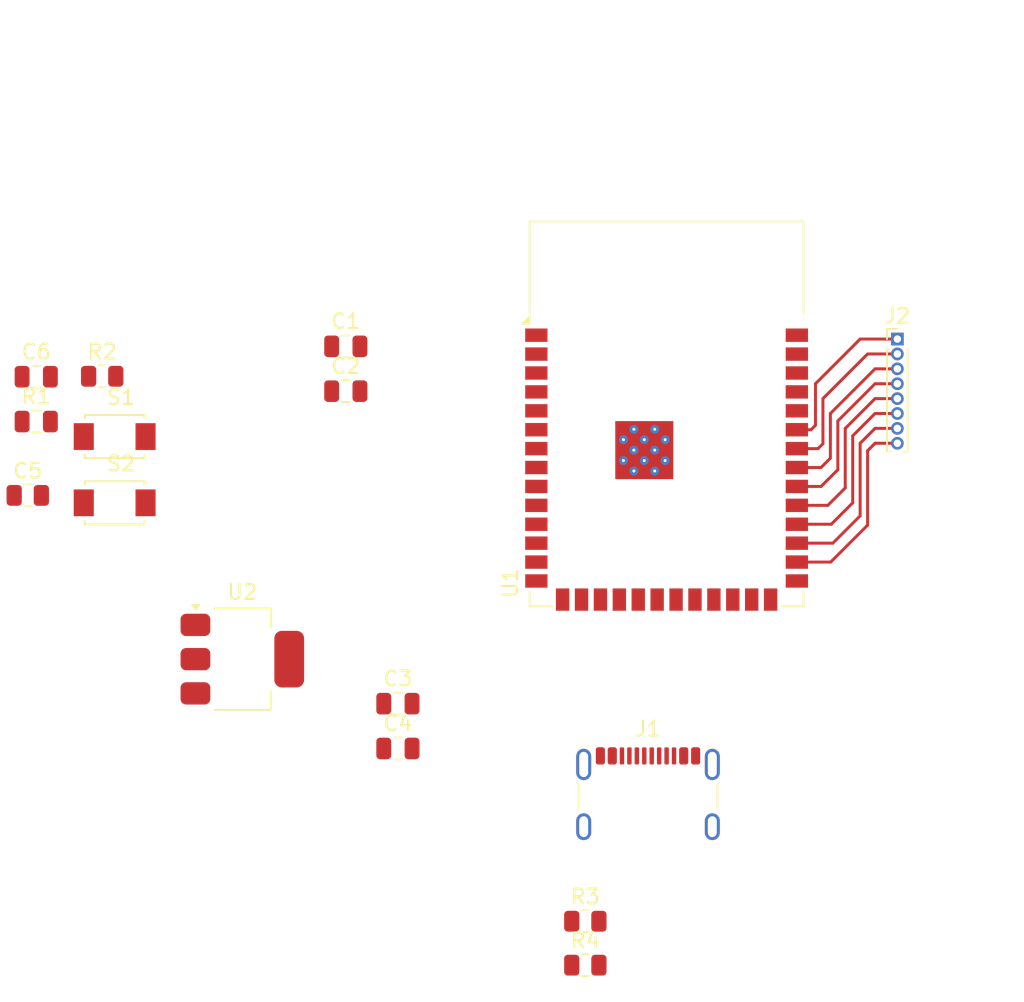
<source format=kicad_pcb>
(kicad_pcb (version 20240108) (generator "pcbnew") (generator_version "8.0")
  (layers (0 "F.Cu" signal) (31 "B.Cu" signal) (34 "B.Paste" user) (35 "F.Paste" user) (36 "B.SilkS" user "B.Silkscreen") (37 "F.SilkS" user "F.Silkscreen") (38 "B.Mask" user) (39 "F.Mask" user) (44 "Edge.Cuts" user))
  (net 0 "")
  (net 14 "EN")
  (net 28 "+3V3")
  (net 29 "GND")
  (net 30 "+5V")
  (net 31 "BOOt")
  (net 32 "Net-(R2-Pad2)")
  (net 33 "D+")
  (net 34 "Net-(J1-CC1)")
  (net 36 "Net-(J1-GND-PadA1)")
  (net 39 "Net-(J1-CC2)")
  (net 40 "D-")
  (net 41 "Net-(J2-Pin_7)")
  (net 42 "Net-(J2-Pin_5)")
  (net 43 "Net-(J2-Pin_4)")
  (net 44 "Net-(J2-Pin_2)")
  (net 45 "Net-(J2-Pin_3)")
  (net 46 "Net-(J2-Pin_1)")
  (net 47 "Net-(J2-Pin_6)")
  (net 48 "Net-(J2-Pin_8)")
  (footprint "TS-1088-AR02016:SW_TS-1088-AR02016" (layer "F.Cu") (at 100.925 83.55)
    (property "Reference" "S1" (at 0.425 -2.635 0) (layer "F.SilkS"))
    (property "Value" "TS-1088-AR02016")
    (fp_line (start -2 -1.45) (end 2 -1.45) (stroke (width 0.127)) (layer "F.SilkS"))
    (fp_line (start -2 -1.22) (end -2 -1.45) (stroke (width 0.127)) (layer "F.SilkS"))
    (fp_line (start -2 1.45) (end -2 1.22) (stroke (width 0.127)) (layer "F.SilkS"))
    (fp_line (start 2 -1.45) (end 2 -1.22) (stroke (width 0.127)) (layer "F.SilkS"))
    (fp_line (start 2 1.45) (end -2 1.45) (stroke (width 0.127)) (layer "F.SilkS"))
    (fp_line (start 2 1.45) (end 2 1.22) (stroke (width 0.127)) (layer "F.SilkS"))
    (pad "1" smd rect (at -2.075 0) (size 1.35 1.8) (layers "F.Cu" "F.Paste" "F.Mask") (net 14 "EN"))
    (pad "2" smd rect (at 2.075 0) (size 1.35 1.8) (layers "F.Cu" "F.Paste" "F.Mask") (net 29 "GND"))
  )
  (footprint "Capacitor_SMD:C_0805_2012Metric" (layer "F.Cu") (at 119.95 104.5)
    (property "Reference" "C4" (at 0 -1.68 0) (layer "F.SilkS"))
    (property "Value" "100nF")
    (fp_line (start -0.261252 -0.735) (end 0.261252 -0.735) (stroke (width 0.12)) (layer "F.SilkS"))
    (fp_line (start -0.261252 0.735) (end 0.261252 0.735) (stroke (width 0.12)) (layer "F.SilkS"))
    (pad "1" smd roundrect (at -0.95 0) (size 1 1.45) (layers "F.Cu" "F.Paste" "F.Mask") (net 28 "+3V3"))
    (pad "2" smd roundrect (at 0.95 0) (size 1 1.45) (layers "F.Cu" "F.Paste" "F.Mask") (net 29 "GND"))
  )
  (footprint "Package_TO_SOT_SMD:SOT-223-3_TabPin2" (layer "F.Cu") (at 109.5 98.5)
    (property "Reference" "U2" (at 0 -4.5 0) (layer "F.SilkS"))
    (property "Value" "AMS1117-3.3")
    (fp_line (start -1.85 -3.41) (end 1.91 -3.41) (stroke (width 0.12)) (layer "F.SilkS"))
    (fp_line (start -1.85 3.41) (end 1.91 3.41) (stroke (width 0.12)) (layer "F.SilkS"))
    (fp_line (start 1.91 -3.41) (end 1.91 -2.15) (stroke (width 0.12)) (layer "F.SilkS"))
    (fp_line (start 1.91 3.41) (end 1.91 2.15) (stroke (width 0.12)) (layer "F.SilkS"))
    (fp_poly (pts (xy -3.13 -3.31) (xy -3.37 -3.64) (xy -2.89 -3.64) (xy -3.13 -3.31)) (stroke (width 0.12)) (fill solid) (layer "F.SilkS"))
    (pad "1" smd roundrect (at -3.15 -2.3) (size 2 1.5) (layers "F.Cu" "F.Paste" "F.Mask") (net 29 "GND"))
    (pad "2" smd roundrect (at -3.15 0) (size 2 1.5) (layers "F.Cu" "F.Paste" "F.Mask") (net 28 "+3V3"))
    (pad "2" smd roundrect (at 3.15 0) (size 2 3.8) (layers "F.Cu" "F.Paste" "F.Mask") (net 28 "+3V3"))
    (pad "3" smd roundrect (at -3.15 2.3) (size 2 1.5) (layers "F.Cu" "F.Paste" "F.Mask") (net 30 "+5V"))
  )
  (footprint "Connector_PinHeader_1.00mm:PinHeader_1x08_P1.00mm_Vertical" (layer "F.Cu") (at 153.5 77)
    (property "Reference" "J2" (at 0 -1.56 0) (layer "F.SilkS"))
    (property "Value" "Conn_01x08_Pin")
    (fp_line (start -0.695 -0.685) (end 0 -0.685) (stroke (width 0.12)) (layer "F.SilkS"))
    (fp_line (start -0.695 0) (end -0.695 -0.685) (stroke (width 0.12)) (layer "F.SilkS"))
    (fp_line (start -0.695 0.685) (end -0.695 7.56) (stroke (width 0.12)) (layer "F.SilkS"))
    (fp_line (start -0.695 0.685) (end -0.608276 0.685) (stroke (width 0.12)) (layer "F.SilkS"))
    (fp_line (start -0.695 7.56) (end -0.394493 7.56) (stroke (width 0.12)) (layer "F.SilkS"))
    (fp_line (start 0.394493 7.56) (end 0.695 7.56) (stroke (width 0.12)) (layer "F.SilkS"))
    (fp_line (start 0.608276 0.685) (end 0.695 0.685) (stroke (width 0.12)) (layer "F.SilkS"))
    (fp_line (start 0.695 0.685) (end 0.695 7.56) (stroke (width 0.12)) (layer "F.SilkS"))
    (pad "1" thru_hole rect (at 0 0) (size 0.85 0.85) (drill 0.5) (layers "*.Cu" "*.Mask" "In1.Cu" "In2.Cu" "In3.Cu" "In4.Cu" "In5.Cu" "In6.Cu" "In7.Cu" "In8.Cu" "In9.Cu" "In10.Cu" "In11.Cu" "In12.Cu" "In13.Cu" "In14.Cu" "In15.Cu" "In16.Cu" "In17.Cu" "In18.Cu" "In19.Cu" "In20.Cu" "In21.Cu" "In22.Cu" "In23.Cu" "In24.Cu" "In25.Cu" "In26.Cu" "In27.Cu" "In28.Cu" "In29.Cu" "In30.Cu") (net 46 "Net-(J2-Pin_1)"))
    (pad "2" thru_hole oval (at 0 1) (size 0.85 0.85) (drill 0.5) (layers "*.Cu" "*.Mask" "In1.Cu" "In2.Cu" "In3.Cu" "In4.Cu" "In5.Cu" "In6.Cu" "In7.Cu" "In8.Cu" "In9.Cu" "In10.Cu" "In11.Cu" "In12.Cu" "In13.Cu" "In14.Cu" "In15.Cu" "In16.Cu" "In17.Cu" "In18.Cu" "In19.Cu" "In20.Cu" "In21.Cu" "In22.Cu" "In23.Cu" "In24.Cu" "In25.Cu" "In26.Cu" "In27.Cu" "In28.Cu" "In29.Cu" "In30.Cu") (net 44 "Net-(J2-Pin_2)"))
    (pad "3" thru_hole oval (at 0 2) (size 0.85 0.85) (drill 0.5) (layers "*.Cu" "*.Mask" "In1.Cu" "In2.Cu" "In3.Cu" "In4.Cu" "In5.Cu" "In6.Cu" "In7.Cu" "In8.Cu" "In9.Cu" "In10.Cu" "In11.Cu" "In12.Cu" "In13.Cu" "In14.Cu" "In15.Cu" "In16.Cu" "In17.Cu" "In18.Cu" "In19.Cu" "In20.Cu" "In21.Cu" "In22.Cu" "In23.Cu" "In24.Cu" "In25.Cu" "In26.Cu" "In27.Cu" "In28.Cu" "In29.Cu" "In30.Cu") (net 45 "Net-(J2-Pin_3)"))
    (pad "4" thru_hole oval (at 0 3) (size 0.85 0.85) (drill 0.5) (layers "*.Cu" "*.Mask" "In1.Cu" "In2.Cu" "In3.Cu" "In4.Cu" "In5.Cu" "In6.Cu" "In7.Cu" "In8.Cu" "In9.Cu" "In10.Cu" "In11.Cu" "In12.Cu" "In13.Cu" "In14.Cu" "In15.Cu" "In16.Cu" "In17.Cu" "In18.Cu" "In19.Cu" "In20.Cu" "In21.Cu" "In22.Cu" "In23.Cu" "In24.Cu" "In25.Cu" "In26.Cu" "In27.Cu" "In28.Cu" "In29.Cu" "In30.Cu") (net 43 "Net-(J2-Pin_4)"))
    (pad "5" thru_hole oval (at 0 4) (size 0.85 0.85) (drill 0.5) (layers "*.Cu" "*.Mask" "In1.Cu" "In2.Cu" "In3.Cu" "In4.Cu" "In5.Cu" "In6.Cu" "In7.Cu" "In8.Cu" "In9.Cu" "In10.Cu" "In11.Cu" "In12.Cu" "In13.Cu" "In14.Cu" "In15.Cu" "In16.Cu" "In17.Cu" "In18.Cu" "In19.Cu" "In20.Cu" "In21.Cu" "In22.Cu" "In23.Cu" "In24.Cu" "In25.Cu" "In26.Cu" "In27.Cu" "In28.Cu" "In29.Cu" "In30.Cu") (net 42 "Net-(J2-Pin_5)"))
    (pad "6" thru_hole oval (at 0 5) (size 0.85 0.85) (drill 0.5) (layers "*.Cu" "*.Mask" "In1.Cu" "In2.Cu" "In3.Cu" "In4.Cu" "In5.Cu" "In6.Cu" "In7.Cu" "In8.Cu" "In9.Cu" "In10.Cu" "In11.Cu" "In12.Cu" "In13.Cu" "In14.Cu" "In15.Cu" "In16.Cu" "In17.Cu" "In18.Cu" "In19.Cu" "In20.Cu" "In21.Cu" "In22.Cu" "In23.Cu" "In24.Cu" "In25.Cu" "In26.Cu" "In27.Cu" "In28.Cu" "In29.Cu" "In30.Cu") (net 47 "Net-(J2-Pin_6)"))
    (pad "7" thru_hole oval (at 0 6) (size 0.85 0.85) (drill 0.5) (layers "*.Cu" "*.Mask" "In1.Cu" "In2.Cu" "In3.Cu" "In4.Cu" "In5.Cu" "In6.Cu" "In7.Cu" "In8.Cu" "In9.Cu" "In10.Cu" "In11.Cu" "In12.Cu" "In13.Cu" "In14.Cu" "In15.Cu" "In16.Cu" "In17.Cu" "In18.Cu" "In19.Cu" "In20.Cu" "In21.Cu" "In22.Cu" "In23.Cu" "In24.Cu" "In25.Cu" "In26.Cu" "In27.Cu" "In28.Cu" "In29.Cu" "In30.Cu") (net 41 "Net-(J2-Pin_7)"))
    (pad "8" thru_hole oval (at 0 7) (size 0.85 0.85) (drill 0.5) (layers "*.Cu" "*.Mask" "In1.Cu" "In2.Cu" "In3.Cu" "In4.Cu" "In5.Cu" "In6.Cu" "In7.Cu" "In8.Cu" "In9.Cu" "In10.Cu" "In11.Cu" "In12.Cu" "In13.Cu" "In14.Cu" "In15.Cu" "In16.Cu" "In17.Cu" "In18.Cu" "In19.Cu" "In20.Cu" "In21.Cu" "In22.Cu" "In23.Cu" "In24.Cu" "In25.Cu" "In26.Cu" "In27.Cu" "In28.Cu" "In29.Cu" "In30.Cu") (net 48 "Net-(J2-Pin_8)"))
  )
  (footprint "RF_Module:ESP32-S3-WROOM-1" (layer "F.Cu") (at 138 82)
    (property "Reference" "U1" (at -10.5 11.4 90) (layer "F.SilkS"))
    (property "Value" "ESP32-S3-WROOM-1")
    (fp_line (start -9.2 -12.9) (end -9.2 -6.7) (stroke (width 0.12)) (layer "F.SilkS"))
    (fp_line (start -9.2 -12.9) (end 9.2 -12.9) (stroke (width 0.12)) (layer "F.SilkS"))
    (fp_line (start -9.2 11.95) (end -9.2 12.95) (stroke (width 0.12)) (layer "F.SilkS"))
    (fp_line (start -9.2 12.95) (end -7.7 12.95) (stroke (width 0.12)) (layer "F.SilkS"))
    (fp_line (start 9.2 -12.9) (end 9.2 -6.7) (stroke (width 0.12)) (layer "F.SilkS"))
    (fp_line (start 9.2 12.95) (end 7.7 12.95) (stroke (width 0.12)) (layer "F.SilkS"))
    (fp_line (start 9.2 12.95) (end 9.2 11.95) (stroke (width 0.12)) (layer "F.SilkS"))
    (fp_poly (pts (xy -9.2 -6.025) (xy -9.7 -6.025) (xy -9.2 -6.525) (xy -9.2 -6.025)) (stroke (width 0.12)) (fill solid) (layer "F.SilkS"))
    (pad "1" smd rect (at -8.75 -5.26) (size 1.5 0.9) (layers "F.Cu" "F.Paste" "F.Mask") (net 29 "GND"))
    (pad "2" smd rect (at -8.75 -3.99) (size 1.5 0.9) (layers "F.Cu" "F.Paste" "F.Mask") (net 28 "+3V3"))
    (pad "3" smd rect (at -8.75 -2.72) (size 1.5 0.9) (layers "F.Cu" "F.Paste" "F.Mask") (net 14 "EN"))
    (pad "4" smd rect (at -8.75 -1.45) (size 1.5 0.9) (layers "F.Cu" "F.Paste" "F.Mask"))
    (pad "5" smd rect (at -8.75 -0.18) (size 1.5 0.9) (layers "F.Cu" "F.Paste" "F.Mask"))
    (pad "6" smd rect (at -8.75 1.09) (size 1.5 0.9) (layers "F.Cu" "F.Paste" "F.Mask"))
    (pad "7" smd rect (at -8.75 2.36) (size 1.5 0.9) (layers "F.Cu" "F.Paste" "F.Mask"))
    (pad "8" smd rect (at -8.75 3.63) (size 1.5 0.9) (layers "F.Cu" "F.Paste" "F.Mask"))
    (pad "9" smd rect (at -8.75 4.9) (size 1.5 0.9) (layers "F.Cu" "F.Paste" "F.Mask"))
    (pad "10" smd rect (at -8.75 6.17) (size 1.5 0.9) (layers "F.Cu" "F.Paste" "F.Mask"))
    (pad "11" smd rect (at -8.75 7.44) (size 1.5 0.9) (layers "F.Cu" "F.Paste" "F.Mask"))
    (pad "12" smd rect (at -8.75 8.71) (size 1.5 0.9) (layers "F.Cu" "F.Paste" "F.Mask"))
    (pad "13" smd rect (at -8.75 9.98) (size 1.5 0.9) (layers "F.Cu" "F.Paste" "F.Mask") (net 40 "D-"))
    (pad "14" smd rect (at -8.75 11.25 180) (size 1.5 0.9) (layers "F.Cu" "F.Paste" "F.Mask") (net 33 "D+"))
    (pad "15" smd rect (at -6.985 12.5 270) (size 1.5 0.9) (layers "F.Cu" "F.Paste" "F.Mask"))
    (pad "16" smd rect (at -5.715 12.5 270) (size 1.5 0.9) (layers "F.Cu" "F.Paste" "F.Mask"))
    (pad "17" smd rect (at -4.445 12.5 270) (size 1.5 0.9) (layers "F.Cu" "F.Paste" "F.Mask"))
    (pad "18" smd rect (at -3.175 12.5 270) (size 1.5 0.9) (layers "F.Cu" "F.Paste" "F.Mask"))
    (pad "19" smd rect (at -1.905 12.5 270) (size 1.5 0.9) (layers "F.Cu" "F.Paste" "F.Mask"))
    (pad "20" smd rect (at -0.635 12.5 270) (size 1.5 0.9) (layers "F.Cu" "F.Paste" "F.Mask"))
    (pad "21" smd rect (at 0.635 12.5 270) (size 1.5 0.9) (layers "F.Cu" "F.Paste" "F.Mask"))
    (pad "22" smd rect (at 1.905 12.5 270) (size 1.5 0.9) (layers "F.Cu" "F.Paste" "F.Mask"))
    (pad "23" smd rect (at 3.175 12.5 270) (size 1.5 0.9) (layers "F.Cu" "F.Paste" "F.Mask"))
    (pad "24" smd rect (at 4.445 12.5 270) (size 1.5 0.9) (layers "F.Cu" "F.Paste" "F.Mask"))
    (pad "25" smd rect (at 5.715 12.5 270) (size 1.5 0.9) (layers "F.Cu" "F.Paste" "F.Mask"))
    (pad "26" smd rect (at 6.985 12.5 270) (size 1.5 0.9) (layers "F.Cu" "F.Paste" "F.Mask"))
    (pad "27" smd rect (at 8.75 11.25) (size 1.5 0.9) (layers "F.Cu" "F.Paste" "F.Mask"))
    (pad "28" smd rect (at 8.75 9.98) (size 1.5 0.9) (layers "F.Cu" "F.Paste" "F.Mask") (net 48 "Net-(J2-Pin_8)"))
    (pad "29" smd rect (at 8.75 8.71) (size 1.5 0.9) (layers "F.Cu" "F.Paste" "F.Mask") (net 41 "Net-(J2-Pin_7)"))
    (pad "30" smd rect (at 8.75 7.44) (size 1.5 0.9) (layers "F.Cu" "F.Paste" "F.Mask") (net 47 "Net-(J2-Pin_6)"))
    (pad "31" smd rect (at 8.75 6.17) (size 1.5 0.9) (layers "F.Cu" "F.Paste" "F.Mask") (net 42 "Net-(J2-Pin_5)"))
    (pad "32" smd rect (at 8.75 4.9) (size 1.5 0.9) (layers "F.Cu" "F.Paste" "F.Mask") (net 43 "Net-(J2-Pin_4)"))
    (pad "33" smd rect (at 8.75 3.63) (size 1.5 0.9) (layers "F.Cu" "F.Paste" "F.Mask") (net 45 "Net-(J2-Pin_3)"))
    (pad "34" smd rect (at 8.75 2.36) (size 1.5 0.9) (layers "F.Cu" "F.Paste" "F.Mask") (net 44 "Net-(J2-Pin_2)"))
    (pad "35" smd rect (at 8.75 1.09) (size 1.5 0.9) (layers "F.Cu" "F.Paste" "F.Mask") (net 46 "Net-(J2-Pin_1)"))
    (pad "36" smd rect (at 8.75 -0.18) (size 1.5 0.9) (layers "F.Cu" "F.Paste" "F.Mask"))
    (pad "37" smd rect (at 8.75 -1.45) (size 1.5 0.9) (layers "F.Cu" "F.Paste" "F.Mask"))
    (pad "38" smd rect (at 8.75 -2.72) (size 1.5 0.9) (layers "F.Cu" "F.Paste" "F.Mask"))
    (pad "39" smd rect (at 8.75 -3.99) (size 1.5 0.9) (layers "F.Cu" "F.Paste" "F.Mask"))
    (pad "40" smd rect (at 8.75 -5.26) (size 1.5 0.9) (layers "F.Cu" "F.Paste" "F.Mask") (net 29 "GND"))
    (pad "41" thru_hole circle (at -2.9 1.76 90) (size 0.6 0.6) (drill 0.2) (property pad_prop_heatsink) (layers "*.Cu" "In1.Cu" "In2.Cu" "In3.Cu" "In4.Cu" "In5.Cu" "In6.Cu" "In7.Cu" "In8.Cu" "In9.Cu" "In10.Cu" "In11.Cu" "In12.Cu" "In13.Cu" "In14.Cu" "In15.Cu" "In16.Cu" "In17.Cu" "In18.Cu" "In19.Cu" "In20.Cu" "In21.Cu" "In22.Cu" "In23.Cu" "In24.Cu" "In25.Cu" "In26.Cu" "In27.Cu" "In28.Cu" "In29.Cu" "In30.Cu" "F.Mask") (net 29 "GND"))
    (pad "41" thru_hole circle (at -2.9 3.16) (size 0.6 0.6) (drill 0.2) (property pad_prop_heatsink) (layers "*.Cu" "In1.Cu" "In2.Cu" "In3.Cu" "In4.Cu" "In5.Cu" "In6.Cu" "In7.Cu" "In8.Cu" "In9.Cu" "In10.Cu" "In11.Cu" "In12.Cu" "In13.Cu" "In14.Cu" "In15.Cu" "In16.Cu" "In17.Cu" "In18.Cu" "In19.Cu" "In20.Cu" "In21.Cu" "In22.Cu" "In23.Cu" "In24.Cu" "In25.Cu" "In26.Cu" "In27.Cu" "In28.Cu" "In29.Cu" "In30.Cu" "F.Mask") (net 29 "GND"))
    (pad "41" thru_hole circle (at -2.2 1.06) (size 0.6 0.6) (drill 0.2) (property pad_prop_heatsink) (layers "*.Cu" "In1.Cu" "In2.Cu" "In3.Cu" "In4.Cu" "In5.Cu" "In6.Cu" "In7.Cu" "In8.Cu" "In9.Cu" "In10.Cu" "In11.Cu" "In12.Cu" "In13.Cu" "In14.Cu" "In15.Cu" "In16.Cu" "In17.Cu" "In18.Cu" "In19.Cu" "In20.Cu" "In21.Cu" "In22.Cu" "In23.Cu" "In24.Cu" "In25.Cu" "In26.Cu" "In27.Cu" "In28.Cu" "In29.Cu" "In30.Cu" "F.Mask") (net 29 "GND"))
    (pad "41" thru_hole circle (at -2.2 2.46) (size 0.6 0.6) (drill 0.2) (property pad_prop_heatsink) (layers "*.Cu" "In1.Cu" "In2.Cu" "In3.Cu" "In4.Cu" "In5.Cu" "In6.Cu" "In7.Cu" "In8.Cu" "In9.Cu" "In10.Cu" "In11.Cu" "In12.Cu" "In13.Cu" "In14.Cu" "In15.Cu" "In16.Cu" "In17.Cu" "In18.Cu" "In19.Cu" "In20.Cu" "In21.Cu" "In22.Cu" "In23.Cu" "In24.Cu" "In25.Cu" "In26.Cu" "In27.Cu" "In28.Cu" "In29.Cu" "In30.Cu" "F.Mask") (net 29 "GND"))
    (pad "41" thru_hole circle (at -2.2 3.86) (size 0.6 0.6) (drill 0.2) (property pad_prop_heatsink) (layers "*.Cu" "In1.Cu" "In2.Cu" "In3.Cu" "In4.Cu" "In5.Cu" "In6.Cu" "In7.Cu" "In8.Cu" "In9.Cu" "In10.Cu" "In11.Cu" "In12.Cu" "In13.Cu" "In14.Cu" "In15.Cu" "In16.Cu" "In17.Cu" "In18.Cu" "In19.Cu" "In20.Cu" "In21.Cu" "In22.Cu" "In23.Cu" "In24.Cu" "In25.Cu" "In26.Cu" "In27.Cu" "In28.Cu" "In29.Cu" "In30.Cu" "F.Mask") (net 29 "GND"))
    (pad "41" thru_hole circle (at -1.5 1.76) (size 0.6 0.6) (drill 0.2) (property pad_prop_heatsink) (layers "*.Cu" "In1.Cu" "In2.Cu" "In3.Cu" "In4.Cu" "In5.Cu" "In6.Cu" "In7.Cu" "In8.Cu" "In9.Cu" "In10.Cu" "In11.Cu" "In12.Cu" "In13.Cu" "In14.Cu" "In15.Cu" "In16.Cu" "In17.Cu" "In18.Cu" "In19.Cu" "In20.Cu" "In21.Cu" "In22.Cu" "In23.Cu" "In24.Cu" "In25.Cu" "In26.Cu" "In27.Cu" "In28.Cu" "In29.Cu" "In30.Cu" "F.Mask") (net 29 "GND"))
    (pad "41" smd rect (at -1.5 2.46 270) (size 3.9 3.9) (property pad_prop_heatsink) (layers "F.Cu" "F.Mask") (net 29 "GND"))
    (pad "41" thru_hole circle (at -1.5 3.16) (size 0.6 0.6) (drill 0.2) (property pad_prop_heatsink) (layers "*.Cu" "In1.Cu" "In2.Cu" "In3.Cu" "In4.Cu" "In5.Cu" "In6.Cu" "In7.Cu" "In8.Cu" "In9.Cu" "In10.Cu" "In11.Cu" "In12.Cu" "In13.Cu" "In14.Cu" "In15.Cu" "In16.Cu" "In17.Cu" "In18.Cu" "In19.Cu" "In20.Cu" "In21.Cu" "In22.Cu" "In23.Cu" "In24.Cu" "In25.Cu" "In26.Cu" "In27.Cu" "In28.Cu" "In29.Cu" "In30.Cu" "F.Mask") (net 29 "GND"))
    (pad "41" thru_hole circle (at -0.8 1.06) (size 0.6 0.6) (drill 0.2) (property pad_prop_heatsink) (layers "*.Cu" "In1.Cu" "In2.Cu" "In3.Cu" "In4.Cu" "In5.Cu" "In6.Cu" "In7.Cu" "In8.Cu" "In9.Cu" "In10.Cu" "In11.Cu" "In12.Cu" "In13.Cu" "In14.Cu" "In15.Cu" "In16.Cu" "In17.Cu" "In18.Cu" "In19.Cu" "In20.Cu" "In21.Cu" "In22.Cu" "In23.Cu" "In24.Cu" "In25.Cu" "In26.Cu" "In27.Cu" "In28.Cu" "In29.Cu" "In30.Cu" "F.Mask") (net 29 "GND"))
    (pad "41" thru_hole circle (at -0.8 2.46) (size 0.6 0.6) (drill 0.2) (property pad_prop_heatsink) (layers "*.Cu" "In1.Cu" "In2.Cu" "In3.Cu" "In4.Cu" "In5.Cu" "In6.Cu" "In7.Cu" "In8.Cu" "In9.Cu" "In10.Cu" "In11.Cu" "In12.Cu" "In13.Cu" "In14.Cu" "In15.Cu" "In16.Cu" "In17.Cu" "In18.Cu" "In19.Cu" "In20.Cu" "In21.Cu" "In22.Cu" "In23.Cu" "In24.Cu" "In25.Cu" "In26.Cu" "In27.Cu" "In28.Cu" "In29.Cu" "In30.Cu" "F.Mask") (net 29 "GND"))
    (pad "41" thru_hole circle (at -0.8 3.86) (size 0.6 0.6) (drill 0.2) (property pad_prop_heatsink) (layers "*.Cu" "In1.Cu" "In2.Cu" "In3.Cu" "In4.Cu" "In5.Cu" "In6.Cu" "In7.Cu" "In8.Cu" "In9.Cu" "In10.Cu" "In11.Cu" "In12.Cu" "In13.Cu" "In14.Cu" "In15.Cu" "In16.Cu" "In17.Cu" "In18.Cu" "In19.Cu" "In20.Cu" "In21.Cu" "In22.Cu" "In23.Cu" "In24.Cu" "In25.Cu" "In26.Cu" "In27.Cu" "In28.Cu" "In29.Cu" "In30.Cu" "F.Mask") (net 29 "GND"))
    (pad "41" thru_hole circle (at -0.1 1.76) (size 0.6 0.6) (drill 0.2) (property pad_prop_heatsink) (layers "*.Cu" "In1.Cu" "In2.Cu" "In3.Cu" "In4.Cu" "In5.Cu" "In6.Cu" "In7.Cu" "In8.Cu" "In9.Cu" "In10.Cu" "In11.Cu" "In12.Cu" "In13.Cu" "In14.Cu" "In15.Cu" "In16.Cu" "In17.Cu" "In18.Cu" "In19.Cu" "In20.Cu" "In21.Cu" "In22.Cu" "In23.Cu" "In24.Cu" "In25.Cu" "In26.Cu" "In27.Cu" "In28.Cu" "In29.Cu" "In30.Cu" "F.Mask") (net 29 "GND"))
    (pad "41" thru_hole circle (at -0.1 3.16) (size 0.6 0.6) (drill 0.2) (property pad_prop_heatsink) (layers "*.Cu" "In1.Cu" "In2.Cu" "In3.Cu" "In4.Cu" "In5.Cu" "In6.Cu" "In7.Cu" "In8.Cu" "In9.Cu" "In10.Cu" "In11.Cu" "In12.Cu" "In13.Cu" "In14.Cu" "In15.Cu" "In16.Cu" "In17.Cu" "In18.Cu" "In19.Cu" "In20.Cu" "In21.Cu" "In22.Cu" "In23.Cu" "In24.Cu" "In25.Cu" "In26.Cu" "In27.Cu" "In28.Cu" "In29.Cu" "In30.Cu" "F.Mask") (net 29 "GND"))
  )
  (footprint "Resistor_SMD:R_0805_2012Metric" (layer "F.Cu") (at 132.54 116.105)
    (property "Reference" "R3" (at 0 -1.65 0) (layer "F.SilkS"))
    (property "Value" "5.1K")
    (fp_line (start -0.227064 -0.735) (end 0.227064 -0.735) (stroke (width 0.12)) (layer "F.SilkS"))
    (fp_line (start -0.227064 0.735) (end 0.227064 0.735) (stroke (width 0.12)) (layer "F.SilkS"))
    (pad "1" smd roundrect (at -0.9125 0) (size 1.025 1.4) (layers "F.Cu" "F.Paste" "F.Mask") (roundrect_rratio 0.243902) (net 39 "Net-(J1-CC2)"))
    (pad "2" smd roundrect (at 0.9125 0) (size 1.025 1.4) (layers "F.Cu" "F.Paste" "F.Mask") (roundrect_rratio 0.243902) (net 29 "GND"))
  )
  (footprint "Connector_USB:USB_C_Receptacle_GCT_USB4105-xx-A_16P_TopMnt_Horizontal" (layer "F.Cu") (at 136.75 108.68)
    (property "Reference" "J1" (at 0 -5.5 0) (layer "F.SilkS"))
    (property "Value" "USB_C_Receptacle_USB2.0_16P")
    (fp_line (start -4.67 -0.1) (end -4.67 -1.8) (stroke (width 0.12)) (layer "F.SilkS"))
    (fp_line (start 4.67 -0.1) (end 4.67 -1.8) (stroke (width 0.12)) (layer "F.SilkS"))
    (pad "" np_thru_hole circle (at -2.89 -2.605) (size 0.65 0.65) (drill 0.65) (layers "*.Cu" "*.Mask"))
    (pad "" np_thru_hole circle (at 2.89 -2.605) (size 0.65 0.65) (drill 0.65) (layers "*.Cu" "*.Mask"))
    (pad "A1" smd roundrect (at -3.2 -3.68) (size 0.6 1.15) (layers "F.Cu" "F.Paste" "F.Mask") (net 36 "Net-(J1-GND-PadA1)"))
    (pad "A4" smd roundrect (at -2.4 -3.68) (size 0.6 1.15) (layers "F.Cu" "F.Paste" "F.Mask") (net 28 "+3V3"))
    (pad "A5" smd roundrect (at -1.25 -3.68) (size 0.3 1.15) (layers "F.Cu" "F.Paste" "F.Mask") (net 34 "Net-(J1-CC1)"))
    (pad "A6" smd roundrect (at -0.25 -3.68) (size 0.3 1.15) (layers "F.Cu" "F.Paste" "F.Mask") (net 33 "D+"))
    (pad "A7" smd roundrect (at 0.25 -3.68) (size 0.3 1.15) (layers "F.Cu" "F.Paste" "F.Mask") (net 40 "D-"))
    (pad "A8" smd roundrect (at 1.25 -3.68) (size 0.3 1.15) (layers "F.Cu" "F.Paste" "F.Mask"))
    (pad "A9" smd roundrect (at 2.4 -3.68) (size 0.6 1.15) (layers "F.Cu" "F.Paste" "F.Mask") (net 28 "+3V3"))
    (pad "A12" smd roundrect (at 3.2 -3.68) (size 0.6 1.15) (layers "F.Cu" "F.Paste" "F.Mask") (net 36 "Net-(J1-GND-PadA1)"))
    (pad "B1" smd roundrect (at 3.2 -3.68) (size 0.6 1.15) (layers "F.Cu" "F.Paste" "F.Mask") (net 36 "Net-(J1-GND-PadA1)"))
    (pad "B4" smd roundrect (at 2.4 -3.68) (size 0.6 1.15) (layers "F.Cu" "F.Paste" "F.Mask") (net 28 "+3V3"))
    (pad "B5" smd roundrect (at 1.75 -3.68) (size 0.3 1.15) (layers "F.Cu" "F.Paste" "F.Mask") (net 39 "Net-(J1-CC2)"))
    (pad "B6" smd roundrect (at 0.75 -3.68) (size 0.3 1.15) (layers "F.Cu" "F.Paste" "F.Mask") (net 33 "D+"))
    (pad "B7" smd roundrect (at -0.75 -3.68) (size 0.3 1.15) (layers "F.Cu" "F.Paste" "F.Mask") (net 40 "D-"))
    (pad "B8" smd roundrect (at -1.75 -3.68) (size 0.3 1.15) (layers "F.Cu" "F.Paste" "F.Mask"))
    (pad "B9" smd roundrect (at -2.4 -3.68) (size 0.6 1.15) (layers "F.Cu" "F.Paste" "F.Mask") (net 28 "+3V3"))
    (pad "B12" smd roundrect (at -3.2 -3.68) (size 0.6 1.15) (layers "F.Cu" "F.Paste" "F.Mask") (net 36 "Net-(J1-GND-PadA1)"))
    (pad "S1" thru_hole oval (at -4.32 -3.105) (size 1 2.1) (drill oval 0.6 1.7) (property pad_prop_heatsink) (layers "*.Cu" "*.Mask" "In1.Cu" "In2.Cu" "In3.Cu" "In4.Cu" "In5.Cu" "In6.Cu" "In7.Cu" "In8.Cu" "In9.Cu" "In10.Cu" "In11.Cu" "In12.Cu" "In13.Cu" "In14.Cu" "In15.Cu" "In16.Cu" "In17.Cu" "In18.Cu" "In19.Cu" "In20.Cu" "In21.Cu" "In22.Cu" "In23.Cu" "In24.Cu" "In25.Cu" "In26.Cu" "In27.Cu" "In28.Cu" "In29.Cu" "In30.Cu" "F.Paste"))
    (pad "S1" thru_hole oval (at -4.32 1.075) (size 1 1.8) (drill oval 0.6 1.4) (property pad_prop_heatsink) (layers "*.Cu" "*.Mask" "In1.Cu" "In2.Cu" "In3.Cu" "In4.Cu" "In5.Cu" "In6.Cu" "In7.Cu" "In8.Cu" "In9.Cu" "In10.Cu" "In11.Cu" "In12.Cu" "In13.Cu" "In14.Cu" "In15.Cu" "In16.Cu" "In17.Cu" "In18.Cu" "In19.Cu" "In20.Cu" "In21.Cu" "In22.Cu" "In23.Cu" "In24.Cu" "In25.Cu" "In26.Cu" "In27.Cu" "In28.Cu" "In29.Cu" "In30.Cu" "F.Paste"))
    (pad "S1" thru_hole oval (at 4.32 -3.105) (size 1 2.1) (drill oval 0.6 1.7) (property pad_prop_heatsink) (layers "*.Cu" "*.Mask" "In1.Cu" "In2.Cu" "In3.Cu" "In4.Cu" "In5.Cu" "In6.Cu" "In7.Cu" "In8.Cu" "In9.Cu" "In10.Cu" "In11.Cu" "In12.Cu" "In13.Cu" "In14.Cu" "In15.Cu" "In16.Cu" "In17.Cu" "In18.Cu" "In19.Cu" "In20.Cu" "In21.Cu" "In22.Cu" "In23.Cu" "In24.Cu" "In25.Cu" "In26.Cu" "In27.Cu" "In28.Cu" "In29.Cu" "In30.Cu" "F.Paste"))
    (pad "S1" thru_hole oval (at 4.32 1.075) (size 1 1.8) (drill oval 0.6 1.4) (property pad_prop_heatsink) (layers "*.Cu" "*.Mask" "In1.Cu" "In2.Cu" "In3.Cu" "In4.Cu" "In5.Cu" "In6.Cu" "In7.Cu" "In8.Cu" "In9.Cu" "In10.Cu" "In11.Cu" "In12.Cu" "In13.Cu" "In14.Cu" "In15.Cu" "In16.Cu" "In17.Cu" "In18.Cu" "In19.Cu" "In20.Cu" "In21.Cu" "In22.Cu" "In23.Cu" "In24.Cu" "In25.Cu" "In26.Cu" "In27.Cu" "In28.Cu" "In29.Cu" "In30.Cu" "F.Paste"))
  )
  (footprint "Capacitor_SMD:C_0805_2012Metric" (layer "F.Cu") (at 95.6575 82.54)
    (property "Reference" "R1" (at 0 -1.68 0) (layer "F.SilkS"))
    (property "Value" "10K")
    (fp_line (start -0.261252 -0.735) (end 0.261252 -0.735) (stroke (width 0.12)) (layer "F.SilkS"))
    (fp_line (start -0.261252 0.735) (end 0.261252 0.735) (stroke (width 0.12)) (layer "F.SilkS"))
    (pad "1" smd roundrect (at -0.95 0) (size 1 1.45) (layers "F.Cu" "F.Paste" "F.Mask") (net 28 "+3V3"))
    (pad "2" smd roundrect (at 0.95 0) (size 1 1.45) (layers "F.Cu" "F.Paste" "F.Mask") (net 14 "EN"))
  )
  (footprint "Resistor_SMD:R_0805_2012Metric" (layer "F.Cu") (at 100.0875 79.5)
    (property "Reference" "R2" (at 0 -1.65 0) (layer "F.SilkS"))
    (property "Value" "100R")
    (fp_line (start -0.227064 -0.735) (end 0.227064 -0.735) (stroke (width 0.12)) (layer "F.SilkS"))
    (fp_line (start -0.227064 0.735) (end 0.227064 0.735) (stroke (width 0.12)) (layer "F.SilkS"))
    (pad "1" smd roundrect (at -0.9125 0) (size 1.025 1.4) (layers "F.Cu" "F.Paste" "F.Mask") (roundrect_rratio 0.243902) (net 31 "BOOt"))
    (pad "2" smd roundrect (at 0.9125 0) (size 1.025 1.4) (layers "F.Cu" "F.Paste" "F.Mask") (roundrect_rratio 0.243902) (net 32 "Net-(R2-Pad2)"))
  )
  (footprint "Capacitor_SMD:C_0805_2012Metric" (layer "F.Cu") (at 119.95 101.49)
    (property "Reference" "C3" (at 0 -1.68 0) (layer "F.SilkS"))
    (property "Value" "22uF")
    (fp_line (start -0.261252 -0.735) (end 0.261252 -0.735) (stroke (width 0.12)) (layer "F.SilkS"))
    (fp_line (start -0.261252 0.735) (end 0.261252 0.735) (stroke (width 0.12)) (layer "F.SilkS"))
    (pad "1" smd roundrect (at -0.95 0) (size 1 1.45) (layers "F.Cu" "F.Paste" "F.Mask") (net 28 "+3V3"))
    (pad "2" smd roundrect (at 0.95 0) (size 1 1.45) (layers "F.Cu" "F.Paste" "F.Mask") (net 29 "GND"))
  )
  (footprint "Capacitor_SMD:C_0805_2012Metric" (layer "F.Cu") (at 116.45 80.5)
    (property "Reference" "C2" (at 0 -1.68 0) (layer "F.SilkS"))
    (property "Value" "10uF")
    (fp_line (start -0.261252 -0.735) (end 0.261252 -0.735) (stroke (width 0.12)) (layer "F.SilkS"))
    (fp_line (start -0.261252 0.735) (end 0.261252 0.735) (stroke (width 0.12)) (layer "F.SilkS"))
    (pad "1" smd roundrect (at -0.95 0) (size 1 1.45) (layers "F.Cu" "F.Paste" "F.Mask") (net 30 "+5V"))
    (pad "2" smd roundrect (at 0.95 0) (size 1 1.45) (layers "F.Cu" "F.Paste" "F.Mask") (net 29 "GND"))
  )
  (footprint "Capacitor_SMD:C_0805_2012Metric" (layer "F.Cu") (at 95.6575 79.53)
    (property "Reference" "C6" (at 0 -1.68 0) (layer "F.SilkS"))
    (property "Value" "100nF")
    (fp_line (start -0.261252 -0.735) (end 0.261252 -0.735) (stroke (width 0.12)) (layer "F.SilkS"))
    (fp_line (start -0.261252 0.735) (end 0.261252 0.735) (stroke (width 0.12)) (layer "F.SilkS"))
    (pad "1" smd roundrect (at -0.95 0) (size 1 1.45) (layers "F.Cu" "F.Paste" "F.Mask") (net 14 "EN"))
    (pad "2" smd roundrect (at 0.95 0) (size 1 1.45) (layers "F.Cu" "F.Paste" "F.Mask") (net 29 "GND"))
  )
  (footprint "Capacitor_SMD:C_0805_2012Metric" (layer "F.Cu") (at 116.45 77.49)
    (property "Reference" "C1" (at 0 -1.68 0) (layer "F.SilkS"))
    (property "Value" "22uF")
    (fp_line (start -0.261252 -0.735) (end 0.261252 -0.735) (stroke (width 0.12)) (layer "F.SilkS"))
    (fp_line (start -0.261252 0.735) (end 0.261252 0.735) (stroke (width 0.12)) (layer "F.SilkS"))
    (pad "1" smd roundrect (at -0.95 0) (size 1 1.45) (layers "F.Cu" "F.Paste" "F.Mask") (net 28 "+3V3"))
    (pad "2" smd roundrect (at 0.95 0) (size 1 1.45) (layers "F.Cu" "F.Paste" "F.Mask") (net 29 "GND"))
  )
  (footprint "Resistor_SMD:R_0805_2012Metric" (layer "F.Cu") (at 95.0875 87.5)
    (property "Reference" "C5" (at 0 -1.65 0) (layer "F.SilkS"))
    (property "Value" "1uF")
    (fp_line (start -0.227064 -0.735) (end 0.227064 -0.735) (stroke (width 0.12)) (layer "F.SilkS"))
    (fp_line (start -0.227064 0.735) (end 0.227064 0.735) (stroke (width 0.12)) (layer "F.SilkS"))
    (pad "1" smd roundrect (at -0.9125 0) (size 1.025 1.4) (layers "F.Cu" "F.Paste" "F.Mask") (roundrect_rratio 0.243902) (net 14 "EN"))
    (pad "2" smd roundrect (at 0.9125 0) (size 1.025 1.4) (layers "F.Cu" "F.Paste" "F.Mask") (roundrect_rratio 0.243902) (net 29 "GND"))
  )
  (footprint "Resistor_SMD:R_0805_2012Metric" (layer "F.Cu") (at 132.54 119.055)
    (property "Reference" "R4" (at 0 -1.65 0) (layer "F.SilkS"))
    (property "Value" "5.1K")
    (fp_line (start -0.227064 -0.735) (end 0.227064 -0.735) (stroke (width 0.12)) (layer "F.SilkS"))
    (fp_line (start -0.227064 0.735) (end 0.227064 0.735) (stroke (width 0.12)) (layer "F.SilkS"))
    (pad "1" smd roundrect (at -0.9125 0) (size 1.025 1.4) (layers "F.Cu" "F.Paste" "F.Mask") (roundrect_rratio 0.243902) (net 34 "Net-(J1-CC1)"))
    (pad "2" smd roundrect (at 0.9125 0) (size 1.025 1.4) (layers "F.Cu" "F.Paste" "F.Mask") (roundrect_rratio 0.243902) (net 29 "GND"))
  )
  (footprint "TS-1088-AR02016:SW_TS-1088-AR02016" (layer "F.Cu") (at 100.925 88)
    (property "Reference" "S2" (at 0.425 -2.635 0) (layer "F.SilkS"))
    (property "Value" "TS-1088-AR02016")
    (fp_line (start -2 -1.45) (end 2 -1.45) (stroke (width 0.127)) (layer "F.SilkS"))
    (fp_line (start -2 -1.22) (end -2 -1.45) (stroke (width 0.127)) (layer "F.SilkS"))
    (fp_line (start -2 1.45) (end -2 1.22) (stroke (width 0.127)) (layer "F.SilkS"))
    (fp_line (start 2 -1.45) (end 2 -1.22) (stroke (width 0.127)) (layer "F.SilkS"))
    (fp_line (start 2 1.45) (end -2 1.45) (stroke (width 0.127)) (layer "F.SilkS"))
    (fp_line (start 2 1.45) (end 2 1.22) (stroke (width 0.127)) (layer "F.SilkS"))
    (pad "1" smd rect (at -2.075 0) (size 1.35 1.8) (layers "F.Cu" "F.Paste" "F.Mask") (net 32 "Net-(R2-Pad2)"))
    (pad "2" smd rect (at 2.075 0) (size 1.35 1.8) (layers "F.Cu" "F.Paste" "F.Mask") (net 29 "GND"))
  )
  (segment (start 149.165 90.71) (end 146.75 90.71) (width 0.2) (layer "F.Cu") (net 41))
  (segment (start 152 83) (end 151 84) (width 0.2) (layer "F.Cu") (net 41))
  (segment (start 151 84) (end 151 88.875) (width 0.2) (layer "F.Cu") (net 41))
  (segment (start 151 88.875) (end 149.165 90.71) (width 0.2) (layer "F.Cu") (net 41))
  (segment (start 153.5 83) (end 152 83) (width 0.2) (layer "F.Cu") (net 41))
  (segment (start 150 83) (end 150 87) (width 0.2) (layer "F.Cu") (net 42))
  (segment (start 148.83 88.17) (end 146.75 88.17) (width 0.2) (layer "F.Cu") (net 42))
  (segment (start 152 81) (end 150 83) (width 0.2) (layer "F.Cu") (net 42))
  (segment (start 153.5 81) (end 152 81) (width 0.2) (layer "F.Cu") (net 42))
  (segment (start 150 87) (end 148.83 88.17) (width 0.2) (layer "F.Cu") (net 42))
  (segment (start 146.75 86.9) (end 148.375 86.9) (width 0.2) (layer "F.Cu") (net 43))
  (segment (start 149.5 82.5) (end 152 80) (width 0.2) (layer "F.Cu") (net 43))
  (segment (start 148.375 86.9) (end 149.5 85.775) (width 0.2) (layer "F.Cu") (net 43))
  (segment (start 149.5 85.775) (end 149.5 82.5) (width 0.2) (layer "F.Cu") (net 43))
  (segment (start 152 80) (end 153.5 80) (width 0.2) (layer "F.Cu") (net 43))
  (segment (start 148.17 84.36) (end 148.5 84.03) (width 0.2) (layer "F.Cu") (net 44))
  (segment (start 151.5 78) (end 153.5 78) (width 0.2) (layer "F.Cu") (net 44))
  (segment (start 146.75 84.36) (end 148.17 84.36) (width 0.2) (layer "F.Cu") (net 44))
  (segment (start 148.5 81) (end 151.5 78) (width 0.2) (layer "F.Cu") (net 44))
  (segment (start 148.5 84.03) (end 148.5 81) (width 0.2) (layer "F.Cu") (net 44))
  (segment (start 149 85) (end 149 82) (width 0.2) (layer "F.Cu") (net 45))
  (segment (start 152 79) (end 153.5 79) (width 0.2) (layer "F.Cu") (net 45))
  (segment (start 149 82) (end 152 79) (width 0.2) (layer "F.Cu") (net 45))
  (segment (start 148.37 85.63) (end 149 85) (width 0.2) (layer "F.Cu") (net 45))
  (segment (start 146.75 85.63) (end 148.37 85.63) (width 0.2) (layer "F.Cu") (net 45))
  (segment (start 148 82.79) (end 148 80) (width 0.2) (layer "F.Cu") (net 46))
  (segment (start 146.75 83.09) (end 147.7 83.09) (width 0.2) (layer "F.Cu") (net 46))
  (segment (start 148 80) (end 151 77) (width 0.2) (layer "F.Cu") (net 46))
  (segment (start 147.7 83.09) (end 148 82.79) (width 0.2) (layer "F.Cu") (net 46))
  (segment (start 151 77) (end 153.5 77) (width 0.2) (layer "F.Cu") (net 46))
  (segment (start 152 82) (end 150.5 83.5) (width 0.2) (layer "F.Cu") (net 47))
  (segment (start 153.5 82) (end 152 82) (width 0.2) (layer "F.Cu") (net 47))
  (segment (start 150.5 83.5) (end 150.5 88) (width 0.2) (layer "F.Cu") (net 47))
  (segment (start 150.5 88) (end 149.06 89.44) (width 0.2) (layer "F.Cu") (net 47))
  (segment (start 149.06 89.44) (end 146.75 89.44) (width 0.2) (layer "F.Cu") (net 47))
  (segment (start 151.5 84.5) (end 151.5 89.5) (width 0.2) (layer "F.Cu") (net 48))
  (segment (start 153.5 84) (end 152 84) (width 0.2) (layer "F.Cu") (net 48))
  (segment (start 152 84) (end 151.5 84.5) (width 0.2) (layer "F.Cu") (net 48))
  (segment (start 151.5 89.5) (end 149.02 91.98) (width 0.2) (layer "F.Cu") (net 48))
  (segment (start 149.02 91.98) (end 146.75 91.98) (width 0.2) (layer "F.Cu") (net 48))
)
</source>
